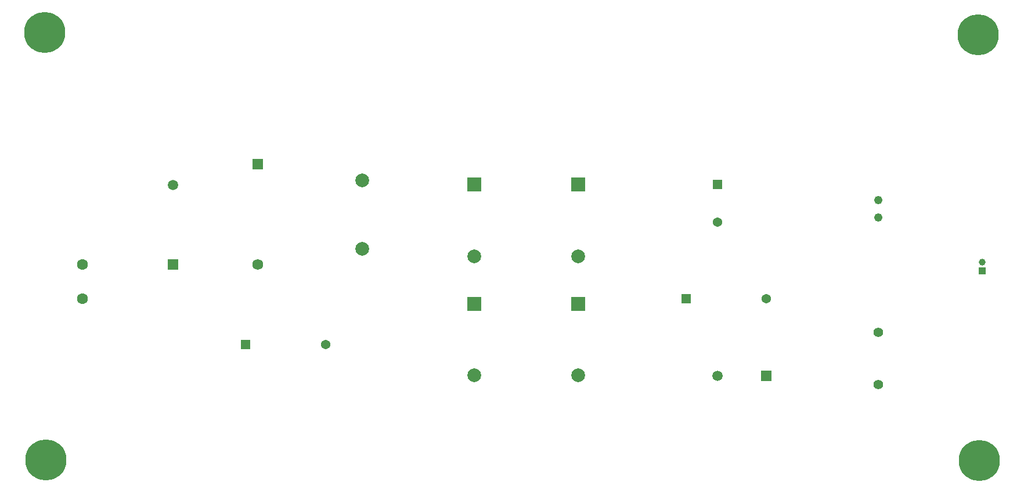
<source format=gtl>
%FSLAX24Y24*%
%MOIN*%
G70*
G01*
G75*
G04 Layer_Physical_Order=1*
G04 Layer_Color=255*
%ADD10C,0.2362*%
%ADD11C,0.0630*%
%ADD12C,0.0787*%
%ADD13C,0.0627*%
%ADD14R,0.0627X0.0627*%
%ADD15C,0.0591*%
%ADD16R,0.0591X0.0591*%
%ADD17R,0.0787X0.0787*%
%ADD18C,0.0540*%
%ADD19R,0.0540X0.0540*%
%ADD20C,0.0551*%
%ADD21R,0.0394X0.0394*%
%ADD22C,0.0394*%
%ADD23R,0.0591X0.0591*%
%ADD24C,0.0480*%
%ADD25R,0.0540X0.0540*%
D10*
X55541Y2539D02*
D03*
X1949Y2598D02*
D03*
X55482Y27028D02*
D03*
X1890Y27156D02*
D03*
D11*
X4048Y11853D02*
D03*
Y13822D02*
D03*
D12*
X20098Y18653D02*
D03*
Y14716D02*
D03*
X26548Y14294D02*
D03*
Y7444D02*
D03*
X32498Y14294D02*
D03*
Y7444D02*
D03*
D13*
X14098Y13803D02*
D03*
D14*
Y19567D02*
D03*
D15*
X9248Y18396D02*
D03*
X40500Y7403D02*
D03*
D16*
X9248Y13810D02*
D03*
D17*
X26548Y18412D02*
D03*
Y11562D02*
D03*
X32498Y18412D02*
D03*
Y11562D02*
D03*
D18*
X43298Y11853D02*
D03*
X40498Y16253D02*
D03*
X17998Y9203D02*
D03*
D19*
X38698Y11853D02*
D03*
X13398Y9203D02*
D03*
D20*
X49748Y9903D02*
D03*
Y6903D02*
D03*
D21*
X55698Y13453D02*
D03*
D22*
Y13953D02*
D03*
D23*
X43296Y7403D02*
D03*
D24*
X49748Y16503D02*
D03*
Y17503D02*
D03*
D25*
X40498Y18423D02*
D03*
M02*

</source>
